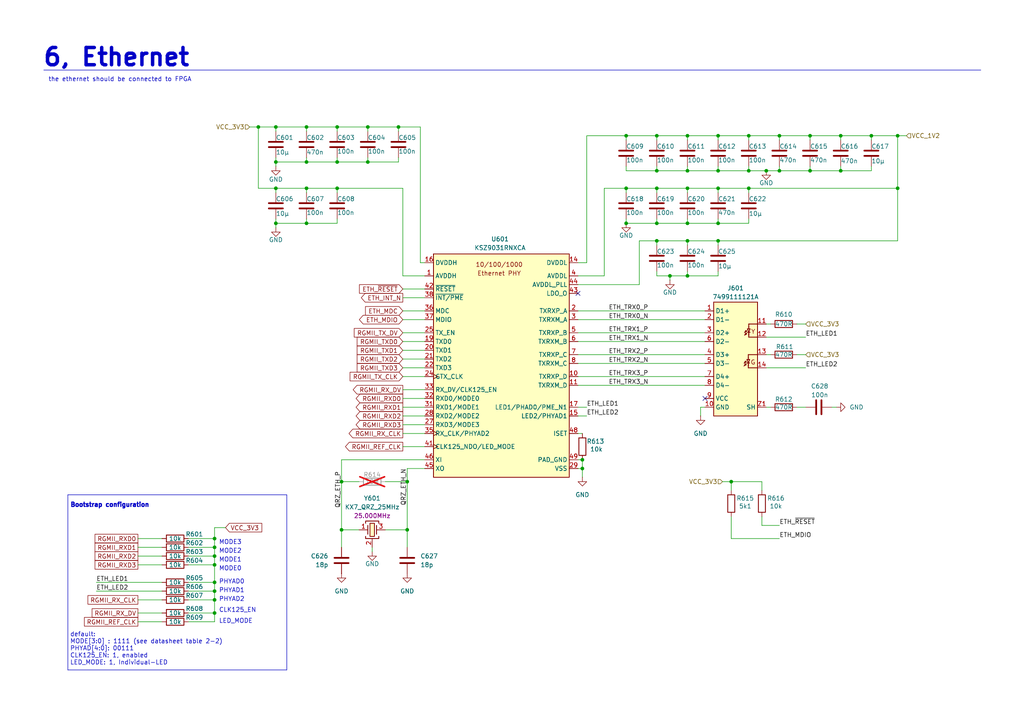
<source format=kicad_sch>
(kicad_sch (version 20250114) (generator "eeschema") (generator_version "9.0")
  (paper "A4")
  (lib_symbols
    (symbol "common_library:KSZ9031RNXCA"
      (property "Reference" "U20" (at 22.225 7.62 0))
      (property "Value" "KSZ9031RNXCA" (at 22.225 5.08 0))
      (symbol "KSZ9031RNXCA_1_1"
        (rectangle (start 2.54 2.54) (end 41.91 -62.23) (stroke (width 0.254)) (fill (type background)))
        (text "10/100/1000" (at 21.59 -1.27 0) (effects (font (size 1.27 1.27)) (justify bottom)))
        (text "Ethernet PHY" (at 21.59 -3.81 0) (effects (font (size 1.27 1.27)) (justify bottom)))
        (pin power_in line (at 0 0 0) (length 2.54) (name "DVDDH") (number "16"))
        (pin passive line (at 0 0 0) (length 2.54) (hide yes) (name "DVDDH") (number "34"))
        (pin passive line (at 0 0 0) (length 2.54) (hide yes) (name "DVDDH") (number "40"))
        (pin power_in line (at 0 -3.81 0) (length 2.54) (name "AVDDH") (number "1"))
        (pin passive line (at 0 -3.81 0) (length 2.54) (hide yes) (name "AVDDH") (number "12"))
        (pin input line (at 0 -7.62 0) (length 2.54) (name "~{RESET}") (number "42"))
        (pin input line (at 0 -10.16 0) (length 2.54) (name "~{INT/PME}") (number "38"))
        (pin input line (at 0 -13.97 0) (length 2.54) (name "MDC") (number "36"))
        (pin input line (at 0 -16.51 0) (length 2.54) (name "MDIO") (number "37"))
        (pin input line (at 0 -20.32 0) (length 2.54) (name "TX_EN") (number "25"))
        (pin input line (at 0 -22.86 0) (length 2.54) (name "TXD0") (number "19"))
        (pin input line (at 0 -25.4 0) (length 2.54) (name "TXD1") (number "20"))
        (pin input line (at 0 -27.94 0) (length 2.54) (name "TXD2") (number "21"))
        (pin input line (at 0 -30.48 0) (length 2.54) (name "TXD3") (number "22"))
        (pin input clock (at 0 -33.02 0) (length 2.54) (name "GTX_CLK") (number "24"))
        (pin input line (at 0 -36.83 0) (length 2.54) (name "RX_DV/CLK125_EN") (number "33"))
        (pin input line (at 0 -39.37 0) (length 2.54) (name "RXD0/MODE0") (number "32"))
        (pin input line (at 0 -41.91 0) (length 2.54) (name "RXD1/MODE1") (number "31"))
        (pin input line (at 0 -44.45 0) (length 2.54) (name "RXD2/MODE2") (number "28"))
        (pin input line (at 0 -46.99 0) (length 2.54) (name "RXD3/MODE3") (number "27"))
        (pin input clock (at 0 -49.53 0) (length 2.54) (name "RX_CLK/PHYAD2") (number "35"))
        (pin input clock (at 0 -53.34 0) (length 2.54) (name "CLK125_NDO/LED_MODE") (number "41"))
        (pin input line (at 0 -57.15 0) (length 2.54) (name "XI") (number "46"))
        (pin input line (at 0 -59.69 0) (length 2.54) (name "XO") (number "45"))
        (pin no_connect line (at 25.4 -62.23 90) (length 2.54) (hide yes) (name "NC") (number "13"))
        (pin no_connect line (at 28.575 -62.23 90) (length 2.54) (hide yes) (name "NC") (number "47"))
        (pin power_in line (at 44.45 0 180) (length 2.54) (name "DVDDL") (number "14"))
        (pin passive line (at 44.45 0 180) (length 2.54) (hide yes) (name "DVDDL") (number "18"))
        (pin passive line (at 44.45 0 180) (length 2.54) (hide yes) (name "DVDDL") (number "23"))
        (pin passive line (at 44.45 0 180) (length 2.54) (hide yes) (name "DVDDL") (number "26"))
        (pin passive line (at 44.45 0 180) (length 2.54) (hide yes) (name "DVDDL") (number "30"))
        (pin passive line (at 44.45 0 180) (length 2.54) (hide yes) (name "DVDDL") (number "39"))
        (pin power_in line (at 44.45 -3.81 180) (length 2.54) (name "AVDDL") (number "4"))
        (pin passive line (at 44.45 -3.81 180) (length 2.54) (hide yes) (name "AVDDL") (number "9"))
        (pin power_in line (at 44.45 -6.35 180) (length 2.54) (name "AVDDL_PLL") (number "44"))
        (pin input line (at 44.45 -8.89 180) (length 2.54) (name "LDO_O") (number "43"))
        (pin bidirectional line (at 44.45 -13.97 180) (length 2.54) (name "TXRXP_A") (number "2"))
        (pin bidirectional line (at 44.45 -16.51 180) (length 2.54) (name "TXRXM_A") (number "3"))
        (pin bidirectional line (at 44.45 -20.32 180) (length 2.54) (name "TXRXP_B") (number "5"))
        (pin bidirectional line (at 44.45 -22.86 180) (length 2.54) (name "TXRXM_B") (number "6"))
        (pin bidirectional line (at 44.45 -26.67 180) (length 2.54) (name "TXRXP_C") (number "7"))
        (pin bidirectional line (at 44.45 -29.21 180) (length 2.54) (name "TXRXM_C") (number "8"))
        (pin bidirectional line (at 44.45 -33.02 180) (length 2.54) (name "TXRXP_D") (number "10"))
        (pin bidirectional line (at 44.45 -35.56 180) (length 2.54) (name "TXRXM_D") (number "11"))
        (pin bidirectional line (at 44.45 -41.91 180) (length 2.54) (name "LED1/PHAD0/PME_N1") (number "17"))
        (pin bidirectional line (at 44.45 -44.45 180) (length 2.54) (name "LED2/PHYAD1") (number "15"))
        (pin output line (at 44.45 -49.53 180) (length 2.54) (name "ISET") (number "48"))
        (pin power_in line (at 44.45 -57.15 180) (length 2.54) (name "PAD_GND") (number "49"))
        (pin power_in line (at 44.45 -59.69 180) (length 2.54) (name "VSS") (number "29"))
      )
    )
    (symbol "common_library:KX7_QRZ_25MHz" (pin_names (hide yes))
      (property "Reference" "Y2" (at 3.302 7.62 0))
      (property "Value" "KX7_QRZ_25MHz" (at 3.81 5.842 0))
      (property "Val" "25.000MHz" (at 3.81 3.81 0))
      (symbol "KX7_QRZ_25MHz_1_1"
        (polyline (pts (xy 1.905 1.905) (xy 1.905 2.54) (xy 5.715 2.54) (xy 5.715 1.905)) (stroke (width 0.254)))
        (polyline (pts (xy 1.905 -1.905) (xy 1.905 -2.54) (xy 5.715 -2.54) (xy 5.715 -1.905)) (stroke (width 0.254)))
        (polyline (pts (xy 2.54 1.27) (xy 2.54 -1.27)) (stroke (width 0.254)) (fill (type background)))
        (rectangle (start 3.175 1.905) (end 4.445 -1.905) (stroke (width 0.254)) (fill (type background)))
        (polyline (pts (xy 5.08 1.27) (xy 5.08 -1.27)) (stroke (width 0.254)) (fill (type background)))
        (pin passive line (at 0 0 0) (length 2.54) (name "~") (number "1"))
        (pin passive line (at 3.81 -5.08 90) (length 2.54) (name "SH") (number "2"))
        (pin passive line (at 3.81 -5.08 90) (length 2.54) (hide yes) (name "SH") (number "4"))
        (pin passive line (at 7.62 0 180) (length 2.54) (name "~") (number "3"))
      )
    )
    (symbol "common_library:RJ45_WE_7499111121A"
      (property "Reference" "J1" (at 8.89 6.985 0))
      (property "Value" "7499111121A" (at 8.89 4.445 0))
      (symbol "RJ45_WE_7499111121A_0_0"
        (pin passive line (at 0 0 0) (length 2.54) (name "D1+") (number "1"))
        (pin passive line (at 0 -2.54 0) (length 2.54) (name "D1-") (number "2"))
        (pin passive line (at 0 -6.35 0) (length 2.54) (name "D2+") (number "3"))
        (pin passive line (at 0 -8.89 0) (length 2.54) (name "D2-") (number "6"))
        (pin passive line (at 0 -12.7 0) (length 2.54) (name "D3+") (number "4"))
        (pin passive line (at 0 -15.24 0) (length 2.54) (name "D3-") (number "5"))
        (pin passive line (at 0 -19.05 0) (length 2.54) (name "D4+") (number "7"))
        (pin passive line (at 0 -21.59 0) (length 2.54) (name "D4-") (number "8"))
        (pin passive line (at 0 -25.4 0) (length 2.54) (name "VCC") (number "9"))
        (pin passive line (at 0 -27.94 0) (length 2.54) (name "GND") (number "10"))
        (pin passive line (at 17.78 -3.81 180) (length 2.54) (name "~") (number "11"))
        (pin passive line (at 17.78 -7.62 180) (length 2.54) (name "~") (number "12"))
      )
      (symbol "RJ45_WE_7499111121A_1_0"
        (pin passive line (at 17.78 -27.94 180) (length 2.54) (name "SH") (number "Z1"))
        (pin passive line (at 17.78 -27.94 180) (length 2.54) (hide yes) (name "SH") (number "Z2"))
      )
      (symbol "RJ45_WE_7499111121A_1_1"
        (rectangle (start 2.54 2.54) (end 15.24 -30.48) (stroke (width 0.254)) (fill (type background)))
        (polyline (pts (xy 11.43 -15.113) (xy 11.938 -14.859) (xy 11.684 -14.605) (xy 11.43 -15.113)) (stroke (width 0.254)) (fill (type background)))
        (polyline (pts (xy 11.43 -15.875) (xy 11.938 -15.621) (xy 11.684 -15.367) (xy 11.43 -15.875)) (stroke (width 0.254)) (fill (type background)))
        (polyline (pts (xy 11.557 -6.223) (xy 12.065 -5.969) (xy 11.811 -5.715) (xy 11.557 -6.223)) (stroke (width 0.254)) (fill (type background)))
        (polyline (pts (xy 11.557 -6.985) (xy 12.065 -6.731) (xy 11.811 -6.477) (xy 11.557 -6.985)) (stroke (width 0.254)) (fill (type background)))
        (polyline (pts (xy 11.938 -14.605) (xy 11.684 -14.859)) (stroke (width 0.254)) (fill (type background)))
        (polyline (pts (xy 11.938 -15.367) (xy 11.684 -15.621)) (stroke (width 0.254)) (fill (type background)))
        (polyline (pts (xy 12.065 -5.715) (xy 11.811 -5.969)) (stroke (width 0.254)) (fill (type background)))
        (polyline (pts (xy 12.065 -6.477) (xy 11.811 -6.731)) (stroke (width 0.254)) (fill (type background)))
        (polyline (pts (xy 12.192 -14.097) (xy 12.573 -15.113)) (stroke (width 0.254)) (fill (type background)))
        (polyline (pts (xy 12.192 -14.097) (xy 12.954 -14.097)) (stroke (width 0.254)) (fill (type background)))
        (polyline (pts (xy 12.192 -15.113) (xy 12.573 -15.113)) (stroke (width 0.254)) (fill (type background)))
        (polyline (pts (xy 12.319 -5.207) (xy 12.7 -6.223)) (stroke (width 0.254)) (fill (type background)))
        (polyline (pts (xy 12.319 -5.207) (xy 13.081 -5.207)) (stroke (width 0.254)) (fill (type background)))
        (polyline (pts (xy 12.319 -6.223) (xy 12.7 -6.223)) (stroke (width 0.254)) (fill (type background)))
        (polyline (pts (xy 12.446 -15.113) (xy 12.954 -15.113)) (stroke (width 0.254)) (fill (type background)))
        (polyline (pts (xy 12.573 -6.223) (xy 13.081 -6.223)) (stroke (width 0.254)) (fill (type background)))
        (polyline (pts (xy 12.573 -12.7) (xy 15.113 -12.7)) (stroke (width 0.254)) (fill (type background)))
        (polyline (pts (xy 12.573 -13.589) (xy 12.573 -12.7)) (stroke (width 0.254)) (fill (type background)))
        (polyline (pts (xy 12.573 -14.097) (xy 12.573 -13.462)) (stroke (width 0.254)) (fill (type background)))
        (polyline (pts (xy 12.573 -15.113) (xy 12.954 -14.097)) (stroke (width 0.254)) (fill (type background)))
        (polyline (pts (xy 12.573 -15.24) (xy 12.573 -16.002)) (stroke (width 0.254)) (fill (type background)))
        (polyline (pts (xy 12.573 -16.51) (xy 12.573 -15.494)) (stroke (width 0.254)) (fill (type background)))
        (polyline (pts (xy 12.573 -16.51) (xy 15.113 -16.51)) (stroke (width 0.254)) (fill (type background)))
        (polyline (pts (xy 12.7 -3.81) (xy 15.24 -3.81)) (stroke (width 0.254)) (fill (type background)))
        (polyline (pts (xy 12.7 -4.699) (xy 12.7 -3.81)) (stroke (width 0.254)) (fill (type background)))
        (polyline (pts (xy 12.7 -5.207) (xy 12.7 -4.572)) (stroke (width 0.254)) (fill (type background)))
        (polyline (pts (xy 12.7 -6.223) (xy 13.081 -5.207)) (stroke (width 0.254)) (fill (type background)))
        (polyline (pts (xy 12.7 -6.35) (xy 12.7 -7.112)) (stroke (width 0.254)) (fill (type background)))
        (polyline (pts (xy 12.7 -7.62) (xy 12.7 -6.604)) (stroke (width 0.254)) (fill (type background)))
        (polyline (pts (xy 12.7 -7.62) (xy 15.24 -7.62)) (stroke (width 0.254)) (fill (type background)))
        (text "G" (at 13.208 -15.621 0) (effects (font (size 1.27 1.27)) (justify left bottom)))
        (text "Y" (at 13.335 -6.731 0) (effects (font (size 1.27 1.27)) (justify left bottom)))
        (pin passive line (at 17.78 -12.7 180) (length 2.54) (name "~") (number "13"))
        (pin passive line (at 17.78 -16.51 180) (length 2.54) (name "~") (number "14"))
      )
    )
    (symbol "passive:C0402" (pin_numbers (hide yes)) (pin_names (offset 0.254))
      (property "Reference" "C" (at 0.635 2.54 0))
      (property "Value" "C0402" (at 0.635 -2.54 0))
      (symbol "C0402_0_1"
        (polyline (pts (xy -2.032 0.762) (xy 2.032 0.762)) (stroke (width 0.508)))
        (polyline (pts (xy -2.032 -0.762) (xy 2.032 -0.762)) (stroke (width 0.508)))
      )
      (symbol "C0402_1_1"
        (pin passive line (at 0 3.81 270) (length 2.794) (name "~") (number "1"))
        (pin passive line (at 0 -3.81 90) (length 2.794) (name "~") (number "2"))
      )
    )
    (symbol "passive:C0603" (pin_numbers (hide yes)) (pin_names (offset 0.254))
      (property "Reference" "C" (at 0.635 2.54 0))
      (property "Value" "C0603" (at 0.635 -2.54 0))
      (symbol "C0603_0_1"
        (polyline (pts (xy -2.032 0.762) (xy 2.032 0.762)) (stroke (width 0.508)))
        (polyline (pts (xy -2.032 -0.762) (xy 2.032 -0.762)) (stroke (width 0.508)))
      )
      (symbol "C0603_1_1"
        (pin passive line (at 0 3.81 270) (length 2.794) (name "~") (number "1"))
        (pin passive line (at 0 -3.81 90) (length 2.794) (name "~") (number "2"))
      )
    )
    (symbol "passive:R0402" (pin_numbers (hide yes)) (pin_names (offset 0))
      (property "Reference" "R" (at 2.032 0 90))
      (property "Value" "R" (at 0 0 90))
      (symbol "R0402_0_1"
        (rectangle (start -1.016 -2.54) (end 1.016 2.54) (stroke (width 0.254)))
      )
      (symbol "R0402_1_1"
        (pin passive line (at 0 3.81 270) (length 1.27) (name "~") (number "1"))
        (pin passive line (at 0 -3.81 90) (length 1.27) (name "~") (number "2"))
      )
    )
    (symbol "power:GND" (power) (pin_numbers (hide yes)) (pin_names (offset 0) (hide yes))
      (property "Value" "GND" (at 0 -3.81 0))
      (symbol "GND_0_1"
        (polyline (pts (xy 0 0) (xy 0 -1.27) (xy 1.27 -1.27) (xy 0 -2.54) (xy -1.27 -1.27) (xy 0 -1.27)))
      )
      (symbol "GND_1_1"
        (pin power_in line (at 0 0 270) (length 0) (name "~") (number "1"))
      )
    )
  )
  (text "6, Ethernet" (at 33.782 16.764 0) (effects (font (size 5 5) (thickness 1) (bold yes))))
  (text "MODE0\n" (at 63.5 165.735 0) (effects (font (size 1.27 1.27)) (justify left bottom)))
  (text "MODE1" (at 63.5 163.195 0) (effects (font (size 1.27 1.27)) (justify left bottom)))
  (text "default:\nMODE[3:0] : 1111 (see datasheet table 2-2)\nPHYAD[4:0]: 00111 \nCLK125_EN: 1, enabled\nLED_MODE: 1, Individual-LED" (at 20.32 193.04 0) (effects (font (size 1.27 1.27)) (justify left bottom)))
  (text "MODE3" (at 63.5 158.115 0) (effects (font (size 1.27 1.27)) (justify left bottom)))
  (text "MODE2" (at 63.5 160.655 0) (effects (font (size 1.27 1.27)) (justify left bottom)))
  (text "PHYAD1" (at 63.5 172.085 0) (effects (font (size 1.27 1.27)) (justify left bottom)))
  (text "PHYAD2" (at 63.5 174.625 0) (effects (font (size 1.27 1.27)) (justify left bottom)))
  (text "the ethernet should be connected to FPGA" (at 34.798 23.114 0) (effects (font (size 1.27 1.27))))
  (text "CLK125_EN" (at 63.5 177.8 0) (effects (font (size 1.27 1.27)) (justify left bottom)))
  (text "LED_MODE" (at 63.5 180.975 0) (effects (font (size 1.27 1.27)) (justify left bottom)))
  (text "Bootstrap configuration" (at 20.32 147.32 0) (effects (font (size 1.27 1.27) (thickness 0.5994) (bold yes)) (justify left bottom)))
  (text "PHYAD0" (at 63.5 169.545 0) (effects (font (size 1.27 1.27)) (justify left bottom)))
  (junction (at 62.23 161.29))
  (junction (at 212.09 139.7))
  (junction (at 190.5 54.61))
  (junction (at 252.73 39.37))
  (junction (at 226.06 39.37))
  (junction (at 260.35 54.61))
  (junction (at 62.23 177.8))
  (junction (at 234.95 39.37))
  (junction (at 217.17 49.53))
  (junction (at 118.11 139.7))
  (junction (at 194.31 80.01))
  (junction (at 181.61 39.37))
  (junction (at 62.23 168.91))
  (junction (at 62.23 158.75))
  (junction (at 168.91 135.89))
  (junction (at 208.28 69.85))
  (junction (at 260.35 39.37))
  (junction (at 74.93 36.83))
  (junction (at 199.39 39.37))
  (junction (at 88.9 64.77))
  (junction (at 243.84 49.53))
  (junction (at 62.23 156.21))
  (junction (at 208.28 54.61))
  (junction (at 199.39 80.01))
  (junction (at 181.61 54.61))
  (junction (at 222.25 49.53))
  (junction (at 208.28 39.37))
  (junction (at 80.01 36.83))
  (junction (at 99.06 139.7))
  (junction (at 97.79 36.83))
  (junction (at 208.28 49.53))
  (junction (at 199.39 54.61))
  (junction (at 88.9 54.61))
  (junction (at 62.23 173.99))
  (junction (at 226.06 49.53))
  (junction (at 234.95 49.53))
  (junction (at 217.17 54.61))
  (junction (at 217.17 39.37))
  (junction (at 88.9 36.83))
  (junction (at 88.9 46.99))
  (junction (at 99.06 153.67))
  (junction (at 62.23 171.45))
  (junction (at 181.61 64.77))
  (junction (at 97.79 46.99))
  (junction (at 199.39 49.53))
  (junction (at 118.11 153.67))
  (junction (at 115.57 36.83))
  (junction (at 106.68 36.83))
  (junction (at 190.5 49.53))
  (junction (at 106.68 46.99))
  (junction (at 62.23 163.83))
  (junction (at 80.01 46.99))
  (junction (at 97.79 54.61))
  (junction (at 199.39 69.85))
  (junction (at 199.39 64.77))
  (junction (at 243.84 39.37))
  (junction (at 190.5 39.37))
  (junction (at 208.28 64.77))
  (junction (at 80.01 64.77))
  (junction (at 168.91 133.35))
  (junction (at 190.5 64.77))
  (junction (at 190.5 69.85))
  (junction (at 80.01 54.61))
  (no_connect (at 167.64 85.09))
  (no_connect (at 204.47 115.57))
  (wire (pts (xy 54.61 180.34) (xy 62.23 180.34)))
  (wire (pts (xy 40.005 173.99) (xy 46.99 173.99)))
  (wire (pts (xy 185.42 69.85) (xy 185.42 82.55)))
  (wire (pts (xy 72.39 36.83) (xy 74.93 36.83)))
  (wire (pts (xy 208.28 64.77) (xy 217.17 64.77)))
  (polyline (pts (xy 83.185 143.51) (xy 83.185 194.31)) (stroke (width 0) (type solid)))
  (wire (pts (xy 217.17 48.26) (xy 217.17 49.53)))
  (wire (pts (xy 222.25 93.98) (xy 223.52 93.98)))
  (wire (pts (xy 116.84 106.68) (xy 123.19 106.68)))
  (wire (pts (xy 181.61 54.61) (xy 190.5 54.61)))
  (wire (pts (xy 226.06 49.53) (xy 222.25 49.53)))
  (wire (pts (xy 190.5 54.61) (xy 199.39 54.61)))
  (wire (pts (xy 167.64 133.35) (xy 168.91 133.35)))
  (wire (pts (xy 222.25 97.79) (xy 233.68 97.79)))
  (wire (pts (xy 123.19 104.14) (xy 116.84 104.14)))
  (wire (pts (xy 234.95 48.26) (xy 234.95 49.53)))
  (wire (pts (xy 194.31 81.28) (xy 194.31 80.01)))
  (wire (pts (xy 88.9 46.99) (xy 80.01 46.99)))
  (wire (pts (xy 54.61 168.91) (xy 62.23 168.91)))
  (wire (pts (xy 199.39 80.01) (xy 194.31 80.01)))
  (wire (pts (xy 199.39 54.61) (xy 199.39 55.88)))
  (wire (pts (xy 123.19 76.2) (xy 121.92 76.2)))
  (wire (pts (xy 106.68 36.83) (xy 106.68 38.1)))
  (wire (pts (xy 199.39 54.61) (xy 208.28 54.61)))
  (wire (pts (xy 252.73 39.37) (xy 252.73 40.64)))
  (wire (pts (xy 220.98 152.4) (xy 220.98 149.86)))
  (wire (pts (xy 190.5 54.61) (xy 190.5 55.88)))
  (wire (pts (xy 208.28 54.61) (xy 208.28 55.88)))
  (wire (pts (xy 115.57 45.72) (xy 115.57 46.99)))
  (wire (pts (xy 80.01 64.77) (xy 88.9 64.77)))
  (wire (pts (xy 204.47 92.71) (xy 167.64 92.71)))
  (wire (pts (xy 116.84 113.03) (xy 123.19 113.03)))
  (wire (pts (xy 106.68 36.83) (xy 115.57 36.83)))
  (wire (pts (xy 199.39 80.01) (xy 199.39 78.74)))
  (wire (pts (xy 260.35 39.37) (xy 260.35 54.61)))
  (wire (pts (xy 115.57 36.83) (xy 121.92 36.83)))
  (wire (pts (xy 217.17 39.37) (xy 217.17 40.64)))
  (wire (pts (xy 190.5 64.77) (xy 199.39 64.77)))
  (wire (pts (xy 99.06 133.35) (xy 99.06 139.7)))
  (wire (pts (xy 203.2 118.11) (xy 203.2 120.65)))
  (wire (pts (xy 88.9 36.83) (xy 97.79 36.83)))
  (wire (pts (xy 199.39 48.26) (xy 199.39 49.53)))
  (wire (pts (xy 204.47 96.52) (xy 167.64 96.52)))
  (wire (pts (xy 80.01 38.1) (xy 80.01 36.83)))
  (wire (pts (xy 212.09 156.21) (xy 226.06 156.21)))
  (wire (pts (xy 204.47 99.06) (xy 167.64 99.06)))
  (wire (pts (xy 204.47 109.22) (xy 167.64 109.22)))
  (wire (pts (xy 104.14 153.67) (xy 99.06 153.67)))
  (wire (pts (xy 123.19 109.22) (xy 116.84 109.22)))
  (wire (pts (xy 190.5 39.37) (xy 199.39 39.37)))
  (wire (pts (xy 243.84 39.37) (xy 243.84 40.64)))
  (wire (pts (xy 123.19 125.73) (xy 116.84 125.73)))
  (wire (pts (xy 88.9 64.77) (xy 97.79 64.77)))
  (wire (pts (xy 88.9 45.72) (xy 88.9 46.99)))
  (wire (pts (xy 199.39 64.77) (xy 208.28 64.77)))
  (wire (pts (xy 208.28 69.85) (xy 260.35 69.85)))
  (wire (pts (xy 190.5 78.74) (xy 190.5 80.01)))
  (polyline (pts (xy 12.7 20.32) (xy 284.48 20.32)))
  (wire (pts (xy 168.91 135.89) (xy 168.91 138.43)))
  (wire (pts (xy 208.28 39.37) (xy 217.17 39.37)))
  (wire (pts (xy 199.39 39.37) (xy 208.28 39.37)))
  (wire (pts (xy 167.64 125.73) (xy 168.91 125.73)))
  (wire (pts (xy 199.39 69.85) (xy 199.39 71.12)))
  (wire (pts (xy 62.23 153.035) (xy 62.23 156.21)))
  (wire (pts (xy 104.14 139.7) (xy 99.06 139.7)))
  (wire (pts (xy 185.42 82.55) (xy 167.64 82.55)))
  (wire (pts (xy 208.28 69.85) (xy 208.28 71.12)))
  (wire (pts (xy 217.17 63.5) (xy 217.17 64.77)))
  (wire (pts (xy 208.28 49.53) (xy 217.17 49.53)))
  (wire (pts (xy 231.14 102.87) (xy 233.68 102.87)))
  (wire (pts (xy 175.26 80.01) (xy 167.64 80.01)))
  (wire (pts (xy 175.26 54.61) (xy 181.61 54.61)))
  (wire (pts (xy 170.18 39.37) (xy 181.61 39.37)))
  (wire (pts (xy 116.84 123.19) (xy 123.19 123.19)))
  (wire (pts (xy 217.17 54.61) (xy 260.35 54.61)))
  (wire (pts (xy 168.91 133.35) (xy 168.91 135.89)))
  (wire (pts (xy 121.92 76.2) (xy 121.92 36.83)))
  (wire (pts (xy 243.84 39.37) (xy 252.73 39.37)))
  (wire (pts (xy 115.57 36.83) (xy 115.57 38.1)))
  (wire (pts (xy 204.47 111.76) (xy 167.64 111.76)))
  (wire (pts (xy 88.9 63.5) (xy 88.9 64.77)))
  (wire (pts (xy 260.35 54.61) (xy 260.35 69.85)))
  (wire (pts (xy 54.61 171.45) (xy 62.23 171.45)))
  (wire (pts (xy 199.39 69.85) (xy 208.28 69.85)))
  (wire (pts (xy 204.47 102.87) (xy 167.64 102.87)))
  (wire (pts (xy 190.5 69.85) (xy 199.39 69.85)))
  (wire (pts (xy 97.79 36.83) (xy 97.79 38.1)))
  (wire (pts (xy 181.61 49.53) (xy 190.5 49.53)))
  (wire (pts (xy 111.76 139.7) (xy 118.11 139.7)))
  (wire (pts (xy 222.25 118.11) (xy 223.52 118.11)))
  (wire (pts (xy 181.61 54.61) (xy 181.61 55.88)))
  (wire (pts (xy 116.84 54.61) (xy 116.84 80.01)))
  (wire (pts (xy 181.61 63.5) (xy 181.61 64.77)))
  (wire (pts (xy 209.55 139.7) (xy 212.09 139.7)))
  (wire (pts (xy 80.01 54.61) (xy 88.9 54.61)))
  (wire (pts (xy 40.005 163.83) (xy 46.99 163.83)))
  (polyline (pts (xy 19.685 194.31) (xy 19.685 143.51)) (stroke (width 0) (type solid)))
  (wire (pts (xy 190.5 80.01) (xy 194.31 80.01)))
  (wire (pts (xy 62.23 168.91) (xy 62.23 171.45)))
  (wire (pts (xy 212.09 139.7) (xy 220.98 139.7)))
  (wire (pts (xy 226.06 39.37) (xy 226.06 40.64)))
  (wire (pts (xy 97.79 54.61) (xy 116.84 54.61)))
  (wire (pts (xy 123.19 99.06) (xy 116.84 99.06)))
  (wire (pts (xy 106.68 46.99) (xy 115.57 46.99)))
  (wire (pts (xy 234.95 39.37) (xy 234.95 40.64)))
  (wire (pts (xy 123.19 133.35) (xy 99.06 133.35)))
  (wire (pts (xy 88.9 36.83) (xy 88.9 38.1)))
  (wire (pts (xy 118.11 153.67) (xy 118.11 158.75)))
  (wire (pts (xy 234.95 39.37) (xy 243.84 39.37)))
  (wire (pts (xy 80.01 63.5) (xy 80.01 64.77)))
  (wire (pts (xy 54.61 158.75) (xy 62.23 158.75)))
  (wire (pts (xy 170.18 39.37) (xy 170.18 76.2)))
  (wire (pts (xy 252.73 48.26) (xy 252.73 49.53)))
  (wire (pts (xy 208.28 54.61) (xy 217.17 54.61)))
  (wire (pts (xy 107.95 160.02) (xy 107.95 158.75)))
  (wire (pts (xy 231.14 118.11) (xy 233.68 118.11)))
  (wire (pts (xy 99.06 153.67) (xy 99.06 158.75)))
  (wire (pts (xy 199.39 49.53) (xy 208.28 49.53)))
  (wire (pts (xy 118.11 139.7) (xy 118.11 153.67)))
  (wire (pts (xy 190.5 49.53) (xy 199.39 49.53)))
  (wire (pts (xy 204.47 105.41) (xy 167.64 105.41)))
  (wire (pts (xy 62.23 161.29) (xy 62.23 163.83)))
  (wire (pts (xy 222.25 102.87) (xy 223.52 102.87)))
  (wire (pts (xy 181.61 39.37) (xy 190.5 39.37)))
  (wire (pts (xy 190.5 39.37) (xy 190.5 40.64)))
  (wire (pts (xy 208.28 80.01) (xy 208.28 78.74)))
  (wire (pts (xy 118.11 135.89) (xy 118.11 139.7)))
  (wire (pts (xy 116.84 80.01) (xy 123.19 80.01)))
  (wire (pts (xy 241.3 118.11) (xy 242.57 118.11)))
  (wire (pts (xy 190.5 48.26) (xy 190.5 49.53)))
  (wire (pts (xy 167.64 118.11) (xy 170.18 118.11)))
  (wire (pts (xy 106.68 45.72) (xy 106.68 46.99)))
  (wire (pts (xy 40.005 177.8) (xy 46.99 177.8)))
  (wire (pts (xy 54.61 161.29) (xy 62.23 161.29)))
  (wire (pts (xy 88.9 46.99) (xy 97.79 46.99)))
  (wire (pts (xy 54.61 173.99) (xy 62.23 173.99)))
  (wire (pts (xy 74.93 54.61) (xy 80.01 54.61)))
  (wire (pts (xy 40.005 180.34) (xy 46.99 180.34)))
  (wire (pts (xy 212.09 142.24) (xy 212.09 139.7)))
  (wire (pts (xy 260.35 39.37) (xy 262.89 39.37)))
  (wire (pts (xy 226.06 48.26) (xy 226.06 49.53)))
  (wire (pts (xy 199.39 63.5) (xy 199.39 64.77)))
  (wire (pts (xy 116.84 129.54) (xy 123.19 129.54)))
  (wire (pts (xy 27.94 171.45) (xy 46.99 171.45)))
  (wire (pts (xy 217.17 39.37) (xy 226.06 39.37)))
  (wire (pts (xy 175.26 54.61) (xy 175.26 80.01)))
  (wire (pts (xy 123.19 115.57) (xy 116.84 115.57)))
  (wire (pts (xy 212.09 149.86) (xy 212.09 156.21)))
  (wire (pts (xy 243.84 49.53) (xy 252.73 49.53)))
  (wire (pts (xy 199.39 39.37) (xy 199.39 40.64)))
  (wire (pts (xy 62.23 156.21) (xy 62.23 158.75)))
  (wire (pts (xy 190.5 69.85) (xy 190.5 71.12)))
  (wire (pts (xy 234.95 49.53) (xy 243.84 49.53)))
  (wire (pts (xy 208.28 80.01) (xy 199.39 80.01)))
  (wire (pts (xy 181.61 48.26) (xy 181.61 49.53)))
  (wire (pts (xy 54.61 156.21) (xy 62.23 156.21)))
  (wire (pts (xy 88.9 54.61) (xy 97.79 54.61)))
  (wire (pts (xy 40.005 161.29) (xy 46.99 161.29)))
  (wire (pts (xy 181.61 64.77) (xy 190.5 64.77)))
  (wire (pts (xy 62.23 158.75) (xy 62.23 161.29)))
  (wire (pts (xy 27.94 168.91) (xy 46.99 168.91)))
  (wire (pts (xy 116.84 90.17) (xy 123.19 90.17)))
  (wire (pts (xy 220.98 142.24) (xy 220.98 139.7)))
  (wire (pts (xy 181.61 39.37) (xy 181.61 40.64)))
  (wire (pts (xy 62.23 171.45) (xy 62.23 173.99)))
  (wire (pts (xy 116.84 101.6) (xy 123.19 101.6)))
  (wire (pts (xy 40.005 158.75) (xy 46.99 158.75)))
  (wire (pts (xy 97.79 54.61) (xy 97.79 55.88)))
  (wire (pts (xy 226.06 49.53) (xy 234.95 49.53)))
  (wire (pts (xy 185.42 69.85) (xy 190.5 69.85)))
  (wire (pts (xy 204.47 90.17) (xy 167.64 90.17)))
  (wire (pts (xy 252.73 39.37) (xy 260.35 39.37)))
  (wire (pts (xy 40.005 156.21) (xy 46.99 156.21)))
  (wire (pts (xy 167.64 135.89) (xy 168.91 135.89)))
  (wire (pts (xy 97.79 46.99) (xy 106.68 46.99)))
  (wire (pts (xy 80.01 45.72) (xy 80.01 46.99)))
  (wire (pts (xy 80.01 66.04) (xy 80.01 64.77)))
  (wire (pts (xy 116.84 83.82) (xy 123.19 83.82)))
  (wire (pts (xy 80.01 36.83) (xy 88.9 36.83)))
  (wire (pts (xy 62.23 163.83) (xy 62.23 168.91)))
  (wire (pts (xy 123.19 92.71) (xy 116.84 92.71)))
  (wire (pts (xy 243.84 48.26) (xy 243.84 49.53)))
  (wire (pts (xy 123.19 120.65) (xy 116.84 120.65)))
  (wire (pts (xy 123.19 135.89) (xy 118.11 135.89)))
  (wire (pts (xy 97.79 63.5) (xy 97.79 64.77)))
  (wire (pts (xy 74.93 36.83) (xy 80.01 36.83)))
  (wire (pts (xy 62.23 177.8) (xy 62.23 180.34)))
  (wire (pts (xy 231.14 93.98) (xy 233.68 93.98)))
  (wire (pts (xy 190.5 63.5) (xy 190.5 64.77)))
  (wire (pts (xy 226.06 152.4) (xy 220.98 152.4)))
  (wire (pts (xy 80.01 48.26) (xy 80.01 46.99)))
  (wire (pts (xy 222.25 106.68) (xy 233.68 106.68)))
  (wire (pts (xy 217.17 54.61) (xy 217.17 55.88)))
  (wire (pts (xy 62.23 173.99) (xy 62.23 177.8)))
  (wire (pts (xy 80.01 55.88) (xy 80.01 54.61)))
  (wire (pts (xy 208.28 48.26) (xy 208.28 49.53)))
  (wire (pts (xy 204.47 118.11) (xy 203.2 118.11)))
  (wire (pts (xy 111.76 153.67) (xy 118.11 153.67)))
  (wire (pts (xy 123.19 86.36) (xy 116.84 86.36)))
  (wire (pts (xy 97.79 45.72) (xy 97.79 46.99)))
  (wire (pts (xy 217.17 49.53) (xy 222.25 49.53)))
  (wire (pts (xy 74.93 54.61) (xy 74.93 36.83)))
  (wire (pts (xy 170.18 76.2) (xy 167.64 76.2)))
  (polyline (pts (xy 83.185 143.51) (xy 19.685 143.51)) (stroke (width 0) (type solid)))
  (wire (pts (xy 208.28 39.37) (xy 208.28 40.64)))
  (wire (pts (xy 99.06 139.7) (xy 99.06 153.67)))
  (wire (pts (xy 208.28 63.5) (xy 208.28 64.77)))
  (polyline (pts (xy 83.185 194.31) (xy 19.685 194.31)) (stroke (width 0) (type solid)))
  (wire (pts (xy 54.61 163.83) (xy 62.23 163.83)))
  (wire (pts (xy 97.79 36.83) (xy 106.68 36.83)))
  (wire (pts (xy 54.61 177.8) (xy 62.23 177.8)))
  (wire (pts (xy 226.06 39.37) (xy 234.95 39.37)))
  (wire (pts (xy 116.84 96.52) (xy 123.19 96.52)))
  (wire (pts (xy 116.84 118.11) (xy 123.19 118.11)))
  (wire (pts (xy 65.405 153.035) (xy 62.23 153.035)))
  (wire (pts (xy 88.9 54.61) (xy 88.9 55.88)))
  (wire (pts (xy 167.64 120.65) (xy 170.18 120.65)))
  (label "ETH_TRX1_N" (at 176.53 99.06 0))
  (label "ETH_TRX0_N" (at 176.53 92.71 0))
  (label "ETH_TRX0_P" (at 176.53 90.17 0))
  (label "ETH_~{RESET}" (at 226.06 152.4 0))
  (label "ETH_LED2" (at 233.68 106.68 0))
  (label "ETH_MDIO" (at 226.06 156.21 0))
  (label "ETH_TRX2_P" (at 176.53 102.87 0))
  (label "ETH_TRX3_P" (at 176.53 109.22 0))
  (label "ETH_LED1" (at 233.68 97.79 0))
  (label "ETH_TRX3_N" (at 176.53 111.76 0))
  (label "ETH_LED1" (at 27.94 168.91 0))
  (label "ETH_LED2" (at 27.94 171.45 0))
  (label "QRZ_ETH_N" (at 118.11 135.89 270))
  (label "ETH_TRX2_N" (at 176.53 105.41 0))
  (label "ETH_LED1" (at 170.18 118.11 0))
  (label "ETH_LED2" (at 170.18 120.65 0))
  (label "ETH_TRX1_P" (at 176.53 96.52 0))
  (label "QRZ_ETH_P" (at 99.06 147.32 90))
  (global_label "RGMII_TX_CLK" (shape input) (at 116.84 109.22 180) (property "Intersheetrefs" "${INTERSHEET_REFS}" (effects (hide yes))))
  (global_label "RGMII_TXD3" (shape input) (at 116.84 106.68 180) (property "Intersheetrefs" "${INTERSHEET_REFS}" (effects (hide yes))))
  (global_label "RGMII_RXD2" (shape output) (at 116.84 120.65 180) (property "Intersheetrefs" "${INTERSHEET_REFS}" (effects (hide yes))))
  (global_label "RGMII_RXD1" (shape passive) (at 40.005 158.75 180) (property "Intersheetrefs" "${INTERSHEET_REFS}" (effects (hide yes))))
  (global_label "RGMII_RX_CLK" (shape passive) (at 40.005 173.99 180) (property "Intersheetrefs" "${INTERSHEET_REFS}" (effects (hide yes))))
  (global_label "ETH_MDC" (shape input) (at 116.84 90.17 180) (property "Intersheetrefs" "${INTERSHEET_REFS}" (effects (hide yes))))
  (global_label "RGMII_RXD0" (shape passive) (at 40.005 156.21 180) (property "Intersheetrefs" "${INTERSHEET_REFS}" (effects (hide yes))))
  (global_label "ETH_INT_N" (shape output) (at 116.84 86.36 180) (property "Intersheetrefs" "${INTERSHEET_REFS}" (effects (hide yes))))
  (global_label "RGMII_RX_CLK" (shape output) (at 116.84 125.73 180) (property "Intersheetrefs" "${INTERSHEET_REFS}" (effects (hide yes))))
  (global_label "RGMII_RXD3" (shape output) (at 116.84 123.19 180) (property "Intersheetrefs" "${INTERSHEET_REFS}" (effects (hide yes))))
  (global_label "RGMII_REF_CLK" (shape output) (at 116.84 129.54 180) (property "Intersheetrefs" "${INTERSHEET_REFS}" (effects (hide yes))))
  (global_label "RGMII_REF_CLK" (shape passive) (at 40.005 180.34 180) (property "Intersheetrefs" "${INTERSHEET_REFS}" (effects (hide yes))))
  (global_label "RGMII_TXD0" (shape input) (at 116.84 99.06 180) (property "Intersheetrefs" "${INTERSHEET_REFS}" (effects (hide yes))))
  (global_label "VCC_3V3" (shape input) (at 65.405 153.035 0) (property "Intersheetrefs" "${INTERSHEET_REFS}" (effects (hide yes))))
  (global_label "RGMII_RX_DV" (shape passive) (at 40.005 177.8 180) (property "Intersheetrefs" "${INTERSHEET_REFS}" (effects (hide yes))))
  (global_label "ETH_~{RESET}" (shape input) (at 116.84 83.82 180) (property "Intersheetrefs" "${INTERSHEET_REFS}" (effects (hide yes))))
  (global_label "RGMII_RXD3" (shape passive) (at 40.005 163.83 180) (property "Intersheetrefs" "${INTERSHEET_REFS}" (effects (hide yes))))
  (global_label "RGMII_RXD1" (shape output) (at 116.84 118.11 180) (property "Intersheetrefs" "${INTERSHEET_REFS}" (effects (hide yes))))
  (global_label "ETH_MDIO" (shape bidirectional) (at 116.84 92.71 180) (property "Intersheetrefs" "${INTERSHEET_REFS}" (effects (hide yes))))
  (global_label "RGMII_TXD1" (shape input) (at 116.84 101.6 180) (property "Intersheetrefs" "${INTERSHEET_REFS}" (effects (hide yes))))
  (global_label "RGMII_RXD2" (shape passive) (at 40.005 161.29 180) (property "Intersheetrefs" "${INTERSHEET_REFS}" (effects (hide yes))))
  (global_label "RGMII_RX_DV" (shape output) (at 116.84 113.03 180) (property "Intersheetrefs" "${INTERSHEET_REFS}" (effects (hide yes))))
  (global_label "RGMII_TX_DV" (shape input) (at 116.84 96.52 180) (property "Intersheetrefs" "${INTERSHEET_REFS}" (effects (hide yes))))
  (global_label "RGMII_RXD0" (shape output) (at 116.84 115.57 180) (property "Intersheetrefs" "${INTERSHEET_REFS}" (effects (hide yes))))
  (global_label "RGMII_TXD2" (shape input) (at 116.84 104.14 180) (property "Intersheetrefs" "${INTERSHEET_REFS}" (effects (hide yes))))
  (hierarchical_label "VCC_3V3" (shape input) (at 209.55 139.7 180))
  (hierarchical_label "VCC_3V3" (shape input) (at 233.68 93.98 0))
  (hierarchical_label "VCC_3V3" (shape input) (at 233.68 102.87 0))
  (hierarchical_label "VCC_1V2" (shape input) (at 262.89 39.37 0))
  (hierarchical_label "VCC_3V3" (shape input) (at 72.39 36.83 180))
  (symbol (lib_id "common_library:KSZ9031RNXCA") (at 123.19 76.2 0) (unit 1)
    (property "Reference" "U601" (at 145.034 69.342 0))
    (property "Value" "KSZ9031RNXCA" (at 145.034 71.882 0))
    (property "Footprint" "custom_library:QFN-48-1EP_7x7mm_P0.5mm_EP5.15x5.15mm" (effects (hide yes)))
    (property "Datasheet" "http://ww1.microchip.com/downloads/en/DeviceDoc/00002117F.pdf" (effects (hide yes)))
    (property "Manufacturer" "Microchip" (effects (hide yes)))
    (property "MPN" "KSZ9031RNXCA" (effects (hide yes)))
    (property "Author" "Antmicro" (effects (hide yes)))
    (property "License" "Apache-2.0" (effects (hide yes)))
    (instances (project "digital_board_v1" (path "" (reference "U601") (unit 1))) (project "artix-dc-scm" (path "" (reference "U20") (unit 1))))
  )
  (symbol (lib_id "common_library:RJ45_WE_7499111121A") (at 204.47 90.17 0) (unit 1)
    (property "Reference" "J601" (at 213.36 83.566 0))
    (property "Value" "7499111121A" (at 213.36 86.106 0))
    (property "Footprint" "connectors:RJ45_7499111121A" (effects (hide yes)))
    (property "Datasheet" "https://www.we-online.com/components/products/datasheet/7499111121A.pdf" (effects (hide yes)))
    (property "Description" "RJ45 Header" (effects (hide yes)))
    (property "MPN" "L834-1G1T-S7" (effects (hide yes)))
    (property "Manufacturer" "Wuerth Elektronik" (effects (hide yes)))
    (property "Author" "Antmicro" (effects (hide yes)))
    (property "License" "Apache-2.0" (effects (hide yes)))
    (instances (project "digital_board_v1" (path "" (reference "J601") (unit 1))) (project "artix-dc-scm" (path "" (reference "J1") (unit 1))))
  )
  (symbol (lib_id "passive:C0603") (at 252.73 44.45 0) (unit 1)
    (property "Reference" "C617" (at 252.73 43.18 0) (effects (justify left bottom)))
    (property "Value" "10µ" (at 252.73 45.974 0) (effects (justify left top)))
    (property "Footprint" "Capacitor_SMD:C_0603_1608Metric" (effects (hide yes)))
    (property "Description" "Unpolarized capacitor" (effects (hide yes)))
  )
  (symbol (lib_id "power:GND") (at 99.06 166.37 0) (unit 1)
    (property "Reference" "#PWR021" (effects (hide yes)))
    (property "Value" "GND" (at 99.06 171.45 0))
    (property "Description" "Power symbol creates a global label with name \"GND\" , ground" (effects (hide yes)))
  )
  (symbol (lib_id "passive:C0402") (at 181.61 44.45 0) (unit 1)
    (property "Reference" "C609" (at 181.61 43.18 0) (effects (justify left bottom)))
    (property "Value" "100n" (at 181.61 45.72 0) (effects (justify left top)))
    (property "Footprint" "Capacitor_SMD:C_0402_1005Metric" (effects (hide yes)))
    (property "Description" "Unpolarized capacitor" (effects (hide yes)))
  )
  (symbol (lib_id "passive:R0402") (at 50.8 171.45 90) (unit 1)
    (property "Reference" "R606" (at 56.388 170.18 90))
    (property "Value" "10k" (at 50.8 171.45 90))
    (property "Footprint" "Resistor_SMD:R_0402_1005Metric" (effects (hide yes)))
    (property "Description" "Resistor" (effects (hide yes)))
  )
  (symbol (lib_id "passive:C0402") (at 208.28 59.69 0) (unit 1)
    (property "Reference" "C621" (at 208.28 58.42 0) (effects (justify left bottom)))
    (property "Value" "470n" (at 208.28 60.96 0) (effects (justify left top)))
    (property "Footprint" "Capacitor_SMD:C_0402_1005Metric" (effects (hide yes)))
    (property "Description" "Unpolarized capacitor" (effects (hide yes)))
  )
  (symbol (lib_id "power:GND") (at 194.31 81.28 0) (unit 1)
    (property "Reference" "#PWR062" (effects (hide yes)))
    (property "Value" "GND" (at 194.31 84.074 0) (effects (justify top)))
    (property "Description" "Power symbol creates a global label with name \"GND\" , ground" (effects (hide yes)))
  )
  (symbol (lib_id "passive:R0402") (at 50.8 168.91 90) (unit 1)
    (property "Reference" "R605" (at 56.388 167.64 90))
    (property "Value" "10k" (at 50.8 168.91 90))
    (property "Footprint" "Resistor_SMD:R_0402_1005Metric" (effects (hide yes)))
    (property "Description" "Resistor" (effects (hide yes)))
  )
  (symbol (lib_id "power:GND") (at 181.61 64.77 0) (unit 1)
    (property "Reference" "#PWR061" (effects (hide yes)))
    (property "Value" "GND" (at 181.61 67.564 0) (effects (justify top)))
    (property "Description" "Power symbol creates a global label with name \"GND\" , ground" (effects (hide yes)))
  )
  (symbol (lib_id "passive:C0402") (at 217.17 44.45 0) (unit 1)
    (property "Reference" "C613" (at 217.17 43.18 0) (effects (justify left bottom)))
    (property "Value" "100n" (at 217.17 45.72 0) (effects (justify left top)))
    (property "Footprint" "Capacitor_SMD:C_0402_1005Metric" (effects (hide yes)))
    (property "Description" "Unpolarized capacitor" (effects (hide yes)))
  )
  (symbol (lib_id "passive:C0603") (at 217.17 59.69 0) (unit 1)
    (property "Reference" "C622" (at 217.17 58.42 0) (effects (justify left bottom)))
    (property "Value" "10µ" (at 217.17 61.214 0) (effects (justify left top)))
    (property "Footprint" "Capacitor_SMD:C_0603_1608Metric" (effects (hide yes)))
    (property "Description" "Unpolarized capacitor" (effects (hide yes)))
  )
  (symbol (lib_id "power:GND") (at 168.91 138.43 0) (unit 1)
    (property "Reference" "#PWR018" (effects (hide yes)))
    (property "Value" "GND" (at 168.91 143.51 0))
    (property "Description" "Power symbol creates a global label with name \"GND\" , ground" (effects (hide yes)))
  )
  (symbol (lib_id "passive:C0603") (at 208.28 74.93 0) (unit 1)
    (property "Reference" "C625" (at 208.28 73.66 0) (effects (justify left bottom)))
    (property "Value" "10µ" (at 208.28 76.454 0) (effects (justify left top)))
    (property "Footprint" "Capacitor_SMD:C_0603_1608Metric" (effects (hide yes)))
    (property "Description" "Unpolarized capacitor" (effects (hide yes)))
  )
  (symbol (lib_id "passive:R0402") (at 227.33 93.98 90) (unit 1)
    (property "Reference" "R610" (at 227.33 91.186 90))
    (property "Value" "470R" (at 227.33 93.98 90))
    (property "Footprint" "Resistor_SMD:R_0402_1005Metric" (effects (hide yes)))
    (property "Description" "Resistor" (effects (hide yes)))
  )
  (symbol (lib_id "passive:R0402") (at 50.8 161.29 90) (unit 1)
    (property "Reference" "R603" (at 56.388 160.02 90))
    (property "Value" "10k" (at 50.8 161.29 90))
    (property "Footprint" "Resistor_SMD:R_0402_1005Metric" (effects (hide yes)))
    (property "Description" "Resistor" (effects (hide yes)))
  )
  (symbol (lib_id "power:GND") (at 118.11 166.37 0) (unit 1)
    (property "Reference" "#PWR022" (effects (hide yes)))
    (property "Value" "GND" (at 118.11 171.45 0))
    (property "Description" "Power symbol creates a global label with name \"GND\" , ground" (effects (hide yes)))
  )
  (symbol (lib_id "passive:C0402") (at 181.61 59.69 0) (unit 1)
    (property "Reference" "C618" (at 181.61 58.42 0) (effects (justify left bottom)))
    (property "Value" "100n" (at 181.61 60.96 0) (effects (justify left top)))
    (property "Footprint" "Capacitor_SMD:C_0402_1005Metric" (effects (hide yes)))
    (property "Description" "Unpolarized capacitor" (effects (hide yes)))
  )
  (symbol (lib_id "power:GND") (at 107.95 160.02 0) (unit 1)
    (property "Reference" "#PWR065" (effects (hide yes)))
    (property "Value" "GND" (at 107.95 162.814 0) (effects (justify top)))
    (property "Description" "Power symbol creates a global label with name \"GND\" , ground" (effects (hide yes)))
  )
  (symbol (lib_id "passive:C0402") (at 234.95 44.45 0) (unit 1)
    (property "Reference" "C615" (at 234.95 43.18 0) (effects (justify left bottom)))
    (property "Value" "470n" (at 234.95 45.72 0) (effects (justify left top)))
    (property "Footprint" "Capacitor_SMD:C_0402_1005Metric" (effects (hide yes)))
    (property "Description" "Unpolarized capacitor" (effects (hide yes)))
  )
  (symbol (lib_id "passive:C0402") (at 190.5 59.69 0) (unit 1)
    (property "Reference" "C619" (at 190.5 58.42 0) (effects (justify left bottom)))
    (property "Value" "100n" (at 190.5 60.96 0) (effects (justify left top)))
    (property "Footprint" "Capacitor_SMD:C_0402_1005Metric" (effects (hide yes)))
    (property "Description" "Unpolarized capacitor" (effects (hide yes)))
  )
  (symbol (lib_id "power:GND") (at 80.01 66.04 0) (unit 1)
    (property "Reference" "#PWR064" (effects (hide yes)))
    (property "Value" "GND" (at 80.01 68.834 0) (effects (justify top)))
    (property "Description" "Power symbol creates a global label with name \"GND\" , ground" (effects (hide yes)))
  )
  (symbol (lib_id "passive:R0402") (at 220.98 146.05 180) (unit 1)
    (property "Reference" "R616" (at 225.044 144.526 0))
    (property "Value" "10k" (at 225.044 146.812 0))
    (property "Footprint" "Resistor_SMD:R_0402_1005Metric" (effects (hide yes)))
    (property "Description" "Resistor" (effects (hide yes)))
  )
  (symbol (lib_id "passive:C0402") (at 199.39 44.45 0) (unit 1)
    (property "Reference" "C611" (at 199.39 43.18 0) (effects (justify left bottom)))
    (property "Value" "100n" (at 199.39 45.72 0) (effects (justify left top)))
    (property "Footprint" "Capacitor_SMD:C_0402_1005Metric" (effects (hide yes)))
    (property "Description" "Unpolarized capacitor" (effects (hide yes)))
  )
  (symbol (lib_id "passive:C0402") (at 88.9 41.91 0) (unit 1)
    (property "Reference" "C602" (at 88.9 40.64 0) (effects (justify left bottom)))
    (property "Value" "470n" (at 88.9 43.434 0) (effects (justify left top)))
    (property "Footprint" "Capacitor_SMD:C_0402_1005Metric" (effects (hide yes)))
    (property "Description" "Unpolarized capacitor" (effects (hide yes)))
  )
  (symbol (lib_id "passive:C0402") (at 97.79 41.91 0) (unit 1)
    (property "Reference" "C603" (at 97.79 40.64 0) (effects (justify left bottom)))
    (property "Value" "100n" (at 97.79 43.18 0) (effects (justify left top)))
    (property "Footprint" "Capacitor_SMD:C_0402_1005Metric" (effects (hide yes)))
    (property "Description" "Unpolarized capacitor" (effects (hide yes)))
  )
  (symbol (lib_id "passive:R0402") (at 50.8 180.34 90) (unit 1)
    (property "Reference" "R609" (at 56.388 179.07 90))
    (property "Value" "10k" (at 50.8 180.34 90))
    (property "Footprint" "Resistor_SMD:R_0402_1005Metric" (effects (hide yes)))
    (property "Description" "Resistor" (effects (hide yes)))
  )
  (symbol (lib_id "power:GND") (at 242.57 118.11 90) (unit 1)
    (property "Reference" "#PWR020" (effects (hide yes)))
    (property "Value" "GND" (at 246.38 118.1099 90) (effects (justify right)))
    (property "Description" "Power symbol creates a global label with name \"GND\" , ground" (effects (hide yes)))
  )
  (symbol (lib_id "passive:R0402") (at 50.8 177.8 90) (unit 1)
    (property "Reference" "R608" (at 56.388 176.53 90))
    (property "Value" "10k" (at 50.8 177.8 90))
    (property "Footprint" "Resistor_SMD:R_0402_1005Metric" (effects (hide yes)))
    (property "Description" "Resistor" (effects (hide yes)))
  )
  (symbol (lib_id "passive:R0402") (at 227.33 118.11 90) (unit 1)
    (property "Reference" "R612" (at 227.33 115.824 90))
    (property "Value" "470R" (at 227.33 118.11 90))
    (property "Footprint" "Resistor_SMD:R_0402_1005Metric" (effects (hide yes)))
    (property "Description" "Resistor" (effects (hide yes)))
  )
  (symbol (lib_id "passive:C0402") (at 199.39 74.93 0) (unit 1)
    (property "Reference" "C624" (at 199.39 73.66 0) (effects (justify left bottom)))
    (property "Value" "100n" (at 199.39 76.2 0) (effects (justify left top)))
    (property "Footprint" "Capacitor_SMD:C_0402_1005Metric" (effects (hide yes)))
    (property "Description" "Unpolarized capacitor" (effects (hide yes)))
  )
  (symbol (lib_id "passive:R0402") (at 50.8 156.21 90) (unit 1)
    (property "Reference" "R601" (at 56.388 154.94 90))
    (property "Value" "10k" (at 50.8 156.21 90))
    (property "Footprint" "Resistor_SMD:R_0402_1005Metric" (effects (hide yes)))
    (property "Description" "Resistor" (effects (hide yes)))
  )
  (symbol (lib_id "passive:C0402") (at 237.49 118.11 90) (unit 1)
    (property "Reference" "C628" (at 237.744 112.014 90))
    (property "Value" "100n" (at 237.744 114.554 90))
    (property "Footprint" "Capacitor_SMD:C_0402_1005Metric" (effects (hide yes)))
    (property "Description" "Unpolarized capacitor" (effects (hide yes)))
  )
  (symbol (lib_id "passive:R0402") (at 50.8 158.75 90) (unit 1)
    (property "Reference" "R602" (at 56.388 157.48 90))
    (property "Value" "10k" (at 50.8 158.75 90))
    (property "Footprint" "Resistor_SMD:R_0402_1005Metric" (effects (hide yes)))
    (property "Description" "Resistor" (effects (hide yes)))
  )
  (symbol (lib_id "passive:C0402") (at 115.57 41.91 0) (unit 1)
    (property "Reference" "C605" (at 115.57 40.64 0) (effects (justify left bottom)))
    (property "Value" "100n" (at 115.57 43.18 0) (effects (justify left top)))
    (property "Footprint" "Capacitor_SMD:C_0402_1005Metric" (effects (hide yes)))
    (property "Description" "Unpolarized capacitor" (effects (hide yes)))
  )
  (symbol (lib_id "passive:R0402") (at 227.33 102.87 90) (unit 1)
    (property "Reference" "R611" (at 227.584 100.584 90))
    (property "Value" "470R" (at 227.33 102.87 90))
    (property "Footprint" "Resistor_SMD:R_0402_1005Metric" (effects (hide yes)))
    (property "Description" "Resistor" (effects (hide yes)))
  )
  (symbol (lib_id "power:GND") (at 222.25 49.53 0) (unit 1)
    (property "Reference" "#PWR060" (effects (hide yes)))
    (property "Value" "GND" (at 222.25 52.324 0) (effects (justify top)))
    (property "Description" "Power symbol creates a global label with name \"GND\" , ground" (effects (hide yes)))
  )
  (symbol (lib_id "power:GND") (at 80.01 48.26 0) (unit 1)
    (property "Reference" "#PWR063" (effects (hide yes)))
    (property "Value" "GND" (at 80.01 51.308 0) (effects (justify top)))
    (property "Description" "Power symbol creates a global label with name \"GND\" , ground" (effects (hide yes)))
  )
  (symbol (lib_id "power:GND") (at 203.2 120.65 0) (unit 1)
    (property "Reference" "#PWR019" (effects (hide yes)))
    (property "Value" "GND" (at 203.2 125.73 0))
    (property "Description" "Power symbol creates a global label with name \"GND\" , ground" (effects (hide yes)))
  )
  (symbol (lib_id "passive:C0402") (at 190.5 44.45 0) (unit 1)
    (property "Reference" "C610" (at 190.5 43.18 0) (effects (justify left bottom)))
    (property "Value" "100n" (at 190.5 45.72 0) (effects (justify left top)))
    (property "Footprint" "Capacitor_SMD:C_0402_1005Metric" (effects (hide yes)))
    (property "Description" "Unpolarized capacitor" (effects (hide yes)))
  )
  (symbol (lib_id "passive:C0402") (at 208.28 44.45 0) (unit 1)
    (property "Reference" "C612" (at 208.28 43.18 0) (effects (justify left bottom)))
    (property "Value" "100n" (at 208.28 45.72 0) (effects (justify left top)))
    (property "Footprint" "Capacitor_SMD:C_0402_1005Metric" (effects (hide yes)))
    (property "Description" "Unpolarized capacitor" (effects (hide yes)))
  )
  (symbol (lib_id "passive:R0402") (at 50.8 163.83 90) (unit 1)
    (property "Reference" "R604" (at 56.388 162.56 90))
    (property "Value" "10k" (at 50.8 163.83 90))
    (property "Footprint" "Resistor_SMD:R_0402_1005Metric" (effects (hide yes)))
    (property "Description" "Resistor" (effects (hide yes)))
  )
  (symbol (lib_id "passive:R0402") (at 50.8 173.99 90) (unit 1)
    (property "Reference" "R607" (at 56.388 172.72 90))
    (property "Value" "10k" (at 50.8 173.99 90))
    (property "Footprint" "Resistor_SMD:R_0402_1005Metric" (effects (hide yes)))
    (property "Description" "Resistor" (effects (hide yes)))
  )
  (symbol (lib_id "passive:C0402") (at 88.9 59.69 0) (unit 1)
    (property "Reference" "C607" (at 88.9 58.42 0) (effects (justify left bottom)))
    (property "Value" "100n" (at 88.9 60.96 0) (effects (justify left top)))
    (property "Footprint" "Capacitor_SMD:C_0402_1005Metric" (effects (hide yes)))
    (property "Description" "Unpolarized capacitor" (effects (hide yes)))
  )
  (symbol (lib_id "passive:C0402") (at 243.84 44.45 0) (unit 1)
    (property "Reference" "C616" (at 243.84 43.18 0) (effects (justify left bottom)))
    (property "Value" "470n" (at 243.84 45.974 0) (effects (justify left top)))
    (property "Footprint" "Capacitor_SMD:C_0402_1005Metric" (effects (hide yes)))
    (property "Description" "Unpolarized capacitor" (effects (hide yes)))
  )
  (symbol (lib_id "passive:C0402") (at 99.06 162.56 0) (unit 1)
    (property "Reference" "C626" (at 95.25 161.2899 0) (effects (justify right)))
    (property "Value" "18p" (at 95.25 163.8299 0) (effects (justify right)))
    (property "Footprint" "Capacitor_SMD:C_0402_1005Metric" (effects (hide yes)))
    (property "Description" "Unpolarized capacitor" (effects (hide yes)))
  )
  (symbol (lib_id "passive:C0402") (at 118.11 162.56 0) (mirror y) (unit 1)
    (property "Reference" "C627" (at 121.92 161.2899 0) (effects (justify right)))
    (property "Value" "18p" (at 121.92 163.8299 0) (effects (justify right)))
    (property "Footprint" "Capacitor_SMD:C_0402_1005Metric" (effects (hide yes)))
    (property "Description" "Unpolarized capacitor" (effects (hide yes)))
  )
  (symbol (lib_id "passive:R0402") (at 212.09 146.05 180) (unit 1)
    (property "Reference" "R615" (at 216.154 144.526 0))
    (property "Value" "5k1" (at 216.154 146.812 0))
    (property "Footprint" "Resistor_SMD:R_0402_1005Metric" (effects (hide yes)))
    (property "Description" "Resistor" (effects (hide yes)))
  )
  (symbol (lib_id "passive:C0402") (at 226.06 44.45 0) (unit 1)
    (property "Reference" "C614" (at 226.06 43.18 0) (effects (justify left bottom)))
    (property "Value" "470n" (at 226.06 45.72 0) (effects (justify left top)))
    (property "Footprint" "Capacitor_SMD:C_0402_1005Metric" (effects (hide yes)))
    (property "Description" "Unpolarized capacitor" (effects (hide yes)))
  )
  (symbol (lib_id "passive:R0402") (at 168.91 129.54 180) (unit 1)
    (property "Reference" "R613" (at 172.72 128.016 0))
    (property "Value" "10k" (at 172.974 130.302 0))
    (property "Footprint" "Resistor_SMD:R_0402_1005Metric" (effects (hide yes)))
    (property "Description" "Resistor" (effects (hide yes)))
  )
  (symbol (lib_id "passive:C0402") (at 106.68 41.91 0) (unit 1)
    (property "Reference" "C604" (at 106.68 40.64 0) (effects (justify left bottom)))
    (property "Value" "100n" (at 106.68 43.18 0) (effects (justify left top)))
    (property "Footprint" "Capacitor_SMD:C_0402_1005Metric" (effects (hide yes)))
    (property "Description" "Unpolarized capacitor" (effects (hide yes)))
  )
  (symbol (lib_id "passive:C0402") (at 199.39 59.69 0) (unit 1)
    (property "Reference" "C620" (at 199.39 58.42 0) (effects (justify left bottom)))
    (property "Value" "100n" (at 199.39 60.96 0) (effects (justify left top)))
    (property "Footprint" "Capacitor_SMD:C_0402_1005Metric" (effects (hide yes)))
    (property "Description" "Unpolarized capacitor" (effects (hide yes)))
  )
  (symbol (lib_id "common_library:KX7_QRZ_25MHz") (at 104.14 153.67 0) (unit 1)
    (property "Reference" "Y601" (at 107.95 144.526 0))
    (property "Value" "KX7_QRZ_25MHz" (at 107.95 147.066 0))
    (property "Footprint" "custom_library:KX-7" (effects (hide yes)))
    (property "Datasheet" "https://www.mouser.pl/datasheet/2/3/ABM8G-1608872.pdf" (effects (hide yes)))
    (property "MPN" "ABM8G-25.000MHZ-18-D2Y-T3" (effects (hide yes)))
    (property "Manufacturer" "Abracon" (effects (hide yes)))
    (property "Author" "Antmicro" (effects (hide yes)))
    (property "License" "Apache-2.0" (effects (hide yes)))
    (property "Val" "25.000MHz" (at 107.95 149.606 0))
  )
  (symbol (lib_id "passive:C0402") (at 190.5 74.93 0) (unit 1)
    (property "Reference" "C623" (at 190.5 73.66 0) (effects (justify left bottom)))
    (property "Value" "100n" (at 190.5 76.2 0) (effects (justify left top)))
    (property "Footprint" "Capacitor_SMD:C_0402_1005Metric" (effects (hide yes)))
    (property "Description" "Unpolarized capacitor" (effects (hide yes)))
  )
  (symbol (lib_id "passive:C0402") (at 97.79 59.69 0) (unit 1)
    (property "Reference" "C608" (at 97.79 58.42 0) (effects (justify left bottom)))
    (property "Value" "100n" (at 97.79 60.96 0) (effects (justify left top)))
    (property "Footprint" "Capacitor_SMD:C_0402_1005Metric" (effects (hide yes)))
    (property "Description" "Unpolarized capacitor" (effects (hide yes)))
  )
  (symbol (lib_id "passive:C0603") (at 80.01 41.91 0) (unit 1)
    (property "Reference" "C601" (at 80.01 40.64 0) (effects (justify left bottom)))
    (property "Value" "10µ" (at 80.01 43.434 0) (effects (justify left top)))
    (property "Footprint" "Capacitor_SMD:C_0603_1608Metric" (effects (hide yes)))
    (property "Description" "Unpolarized capacitor" (effects (hide yes)))
  )
  (symbol (lib_id "passive:C0603") (at 80.01 59.69 0) (unit 1)
    (property "Reference" "C606" (at 80.01 58.42 0) (effects (justify left bottom)))
    (property "Value" "10µ" (at 80.01 61.214 0) (effects (justify left top)))
    (property "Footprint" "Capacitor_SMD:C_0603_1608Metric" (effects (hide yes)))
    (property "Description" "Unpolarized capacitor" (effects (hide yes)))
  )
  (symbol (lib_id "passive:R0402") (at 107.95 139.7 90) (unit 1) (in_bom no) (dnp yes)
    (property "Reference" "R614" (at 107.95 137.668 90))
    (property "Value" "10M" (at 107.95 139.7 90))
    (property "Footprint" "Resistor_SMD:R_0402_1005Metric" (effects (hide yes)))
    (property "Description" "Resistor" (effects (hide yes)))
  )
)
</source>
